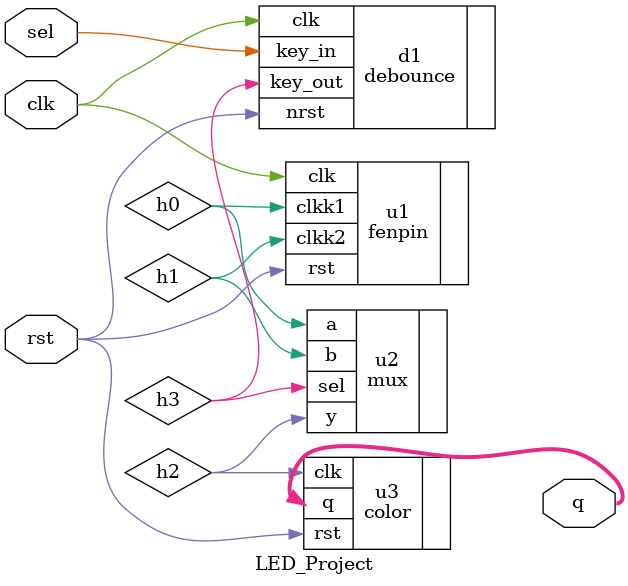
<source format=v>
module LED_Project(clk, sel, rst, q);
   input clk;
   input sel;
   input rst;
   output [7:0] q;
   wire  h0;
   wire  h1;
	wire  h2;
	wire  h3;
	
   
	fenpin u1(.rst(rst), .clk(clk), .clkk1(h0), .clkk2(h1));
	
	debounce d1(.clk(clk), .nrst(rst), .key_in(sel), .key_out(h3));
   
   mux u2(.a(h0), .b(h1), .sel(h3), .y(h2));
   
   color u3(.clk(h2), .rst(rst), .q(q));
   
endmodule

</source>
